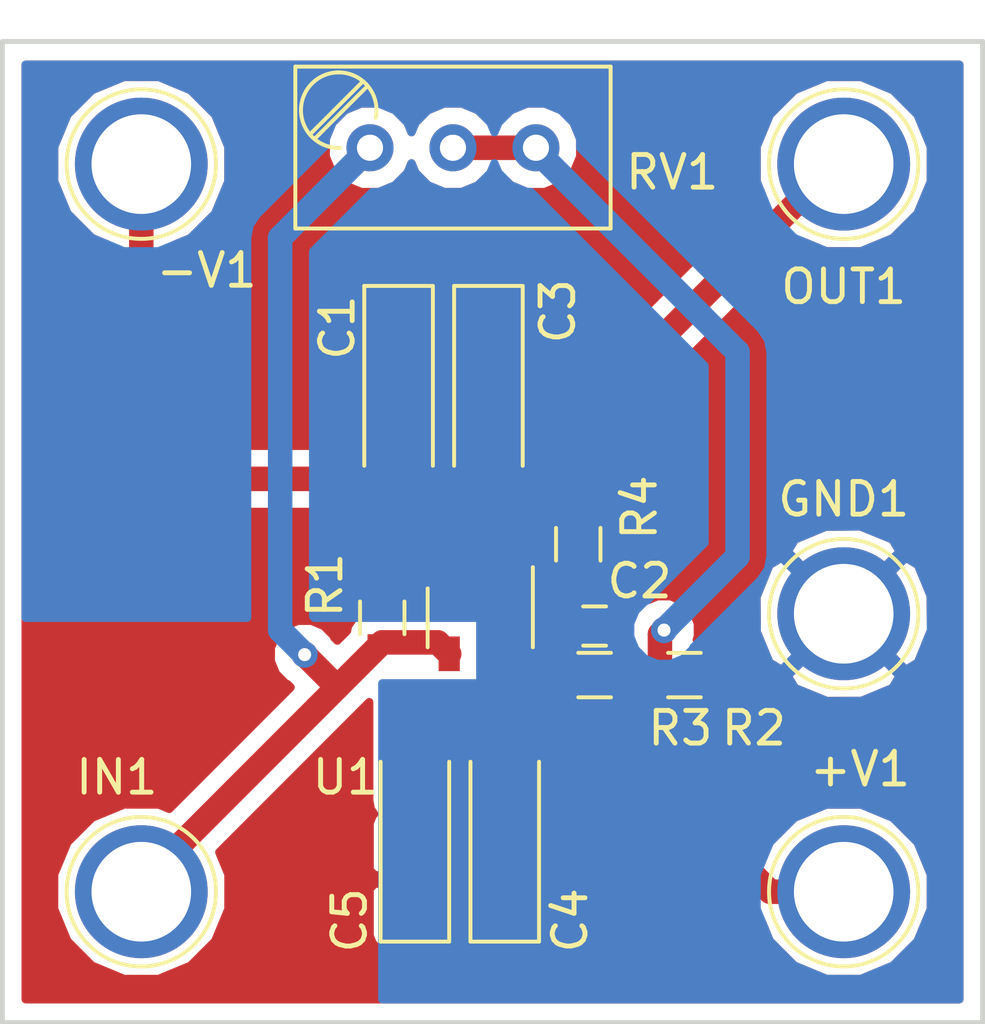
<source format=kicad_pcb>
(kicad_pcb (version 20170123) (host pcbnew no-vcs-found-14bb238~58~ubuntu16.04.1)

  (general
    (links 24)
    (no_connects 1)
    (area 137.924999 116.6225 168.075001 148.075001)
    (thickness 1.6)
    (drawings 4)
    (tracks 44)
    (zones 0)
    (modules 16)
    (nets 8)
  )

  (page A4)
  (layers
    (0 F.Cu signal)
    (31 B.Cu signal)
    (32 B.Adhes user)
    (33 F.Adhes user)
    (34 B.Paste user)
    (35 F.Paste user)
    (36 B.SilkS user)
    (37 F.SilkS user)
    (38 B.Mask user)
    (39 F.Mask user)
    (40 Dwgs.User user)
    (41 Cmts.User user)
    (42 Eco1.User user)
    (43 Eco2.User user)
    (44 Edge.Cuts user)
    (45 Margin user)
    (46 B.CrtYd user)
    (47 F.CrtYd user)
    (48 B.Fab user)
    (49 F.Fab user)
  )

  (setup
    (last_trace_width 0.75)
    (user_trace_width 0.25)
    (user_trace_width 0.5)
    (user_trace_width 0.75)
    (user_trace_width 1)
    (trace_clearance 0.2)
    (zone_clearance 0.508)
    (zone_45_only yes)
    (trace_min 0.2)
    (segment_width 0.2)
    (edge_width 0.15)
    (via_size 0.8)
    (via_drill 0.4)
    (via_min_size 0.4)
    (via_min_drill 0.3)
    (uvia_size 0.3)
    (uvia_drill 0.1)
    (uvias_allowed no)
    (uvia_min_size 0.2)
    (uvia_min_drill 0.1)
    (pcb_text_width 0.3)
    (pcb_text_size 1.5 1.5)
    (mod_edge_width 0.15)
    (mod_text_size 1 1)
    (mod_text_width 0.15)
    (pad_size 1.524 1.524)
    (pad_drill 0.762)
    (pad_to_mask_clearance 0.2)
    (aux_axis_origin 0 0)
    (visible_elements FFFDFF7F)
    (pcbplotparams
      (layerselection 0x010fc_ffffffff)
      (usegerberextensions false)
      (excludeedgelayer true)
      (linewidth 0.100000)
      (plotframeref false)
      (viasonmask false)
      (mode 1)
      (useauxorigin false)
      (hpglpennumber 1)
      (hpglpenspeed 20)
      (hpglpendiameter 15)
      (psnegative false)
      (psa4output false)
      (plotreference true)
      (plotvalue false)
      (plotinvisibletext false)
      (padsonsilk false)
      (subtractmaskfromsilk false)
      (outputformat 1)
      (mirror false)
      (drillshape 0)
      (scaleselection 1)
      (outputdirectory ""))
  )

  (net 0 "")
  (net 1 "Net-(C2-Pad1)")
  (net 2 GNDREF)
  (net 3 "Net-(C2-Pad2)")
  (net 4 "Net-(-V1-Pad1)")
  (net 5 "Net-(IN1-Pad1)")
  (net 6 "Net-(+V1-Pad1)")
  (net 7 "Net-(OUT1-Pad1)")

  (net_class Default "This is the default net class."
    (clearance 0.2)
    (trace_width 0.25)
    (via_dia 0.8)
    (via_drill 0.4)
    (uvia_dia 0.3)
    (uvia_drill 0.1)
    (add_net GNDREF)
    (add_net "Net-(+V1-Pad1)")
    (add_net "Net-(-V1-Pad1)")
    (add_net "Net-(C2-Pad1)")
    (add_net "Net-(C2-Pad2)")
    (add_net "Net-(IN1-Pad1)")
    (add_net "Net-(OUT1-Pad1)")
  )

  (module Connectors:1pin (layer F.Cu) (tedit 5926AC97) (tstamp 5925AE7F)
    (at 163.75 135.5)
    (descr "module 1 pin (ou trou mecanique de percage)")
    (tags DEV)
    (path /5925A892)
    (fp_text reference GND1 (at 0 -3.5) (layer F.SilkS)
      (effects (font (size 1 1) (thickness 0.15)))
    )
    (fp_text value GND (at 0 3) (layer F.Fab)
      (effects (font (size 1 1) (thickness 0.15)))
    )
    (fp_circle (center 0 0) (end 0 -2.286) (layer F.SilkS) (width 0.12))
    (fp_circle (center 0 0) (end 2.6 0) (layer F.CrtYd) (width 0.05))
    (fp_circle (center 0 0) (end 2 0.8) (layer F.Fab) (width 0.1))
    (pad 1 thru_hole circle (at 0 0) (size 4.064 4.064) (drill 3.048) (layers *.Cu *.Mask)
      (net 2 GNDREF))
  )

  (module Capacitors_Tantalum_SMD:CP_Tantalum_Case-A_EIA-3216-18_Hand (layer F.Cu) (tedit 59249F37) (tstamp 5924A1C5)
    (at 153.375 141.625 90)
    (descr "Tantalum capacitor, Case A, EIA 3216-18, 3.2x1.6x1.6mm, Hand soldering footprint")
    (tags "capacitor tantalum smd")
    (path /5924A308)
    (attr smd)
    (fp_text reference C4 (at -3.25 2 90) (layer F.SilkS)
      (effects (font (size 1 1) (thickness 0.15)))
    )
    (fp_text value 10uF (at 0 2.55 90) (layer F.Fab)
      (effects (font (size 1 1) (thickness 0.15)))
    )
    (fp_line (start -4 -1.2) (end -4 1.2) (layer F.CrtYd) (width 0.05))
    (fp_line (start -4 1.2) (end 4 1.2) (layer F.CrtYd) (width 0.05))
    (fp_line (start 4 1.2) (end 4 -1.2) (layer F.CrtYd) (width 0.05))
    (fp_line (start 4 -1.2) (end -4 -1.2) (layer F.CrtYd) (width 0.05))
    (fp_line (start -1.6 -0.8) (end -1.6 0.8) (layer F.Fab) (width 0.1))
    (fp_line (start -1.6 0.8) (end 1.6 0.8) (layer F.Fab) (width 0.1))
    (fp_line (start 1.6 0.8) (end 1.6 -0.8) (layer F.Fab) (width 0.1))
    (fp_line (start 1.6 -0.8) (end -1.6 -0.8) (layer F.Fab) (width 0.1))
    (fp_line (start -1.28 -0.8) (end -1.28 0.8) (layer F.Fab) (width 0.1))
    (fp_line (start -1.12 -0.8) (end -1.12 0.8) (layer F.Fab) (width 0.1))
    (fp_line (start -3.9 -1.05) (end 1.6 -1.05) (layer F.SilkS) (width 0.12))
    (fp_line (start -3.9 1.05) (end 1.6 1.05) (layer F.SilkS) (width 0.12))
    (fp_line (start -3.9 -1.05) (end -3.9 1.05) (layer F.SilkS) (width 0.12))
    (pad 1 smd rect (at -2 0 90) (size 3.2 1.5) (layers F.Cu F.Paste F.Mask)
      (net 2 GNDREF))
    (pad 2 smd rect (at 2 0 90) (size 3.2 1.5) (layers F.Cu F.Paste F.Mask)
      (net 6 "Net-(+V1-Pad1)"))
    (model Capacitors_Tantalum_SMD.3dshapes/CP_Tantalum_Case-A_EIA-3216-18.wrl
      (at (xyz 0 0 0))
      (scale (xyz 1 1 1))
      (rotate (xyz 0 0 0))
    )
  )

  (module Capacitors_Tantalum_SMD:CP_Tantalum_Case-A_EIA-3216-18_Hand (layer F.Cu) (tedit 59249F33) (tstamp 5924A1FC)
    (at 150.625 141.625 90)
    (descr "Tantalum capacitor, Case A, EIA 3216-18, 3.2x1.6x1.6mm, Hand soldering footprint")
    (tags "capacitor tantalum smd")
    (path /5924A2F6)
    (attr smd)
    (fp_text reference C5 (at -3.25 -2 90) (layer F.SilkS)
      (effects (font (size 1 1) (thickness 0.15)))
    )
    (fp_text value 0.1uF (at 0 2.55 90) (layer F.Fab)
      (effects (font (size 1 1) (thickness 0.15)))
    )
    (fp_line (start -3.9 -1.05) (end -3.9 1.05) (layer F.SilkS) (width 0.12))
    (fp_line (start -3.9 1.05) (end 1.6 1.05) (layer F.SilkS) (width 0.12))
    (fp_line (start -3.9 -1.05) (end 1.6 -1.05) (layer F.SilkS) (width 0.12))
    (fp_line (start -1.12 -0.8) (end -1.12 0.8) (layer F.Fab) (width 0.1))
    (fp_line (start -1.28 -0.8) (end -1.28 0.8) (layer F.Fab) (width 0.1))
    (fp_line (start 1.6 -0.8) (end -1.6 -0.8) (layer F.Fab) (width 0.1))
    (fp_line (start 1.6 0.8) (end 1.6 -0.8) (layer F.Fab) (width 0.1))
    (fp_line (start -1.6 0.8) (end 1.6 0.8) (layer F.Fab) (width 0.1))
    (fp_line (start -1.6 -0.8) (end -1.6 0.8) (layer F.Fab) (width 0.1))
    (fp_line (start 4 -1.2) (end -4 -1.2) (layer F.CrtYd) (width 0.05))
    (fp_line (start 4 1.2) (end 4 -1.2) (layer F.CrtYd) (width 0.05))
    (fp_line (start -4 1.2) (end 4 1.2) (layer F.CrtYd) (width 0.05))
    (fp_line (start -4 -1.2) (end -4 1.2) (layer F.CrtYd) (width 0.05))
    (pad 2 smd rect (at 2 0 90) (size 3.2 1.5) (layers F.Cu F.Paste F.Mask)
      (net 6 "Net-(+V1-Pad1)"))
    (pad 1 smd rect (at -2 0 90) (size 3.2 1.5) (layers F.Cu F.Paste F.Mask)
      (net 2 GNDREF))
    (model Capacitors_Tantalum_SMD.3dshapes/CP_Tantalum_Case-A_EIA-3216-18.wrl
      (at (xyz 0 0 0))
      (scale (xyz 1 1 1))
      (rotate (xyz 0 0 0))
    )
  )

  (module Potentiometers:Potentiometer_Trimmer_Bourns_3296W (layer F.Cu) (tedit 5926AC93) (tstamp 5955C1A8)
    (at 149.25 121.25 180)
    (descr "Spindle Trimmer Potentiometer, Bourns 3296W, https://www.bourns.com/pdfs/3296.pdf")
    (tags "Spindle Trimmer Potentiometer   Bourns 3296W")
    (path /59205A34)
    (fp_text reference RV1 (at -9.25 -0.75 180) (layer F.SilkS)
      (effects (font (size 1 1) (thickness 0.15)))
    )
    (fp_text value "500 Ohm POT_TRIM" (at -2.54 3.67 180) (layer F.Fab)
      (effects (font (size 1 1) (thickness 0.15)))
    )
    (fp_line (start 2.5 -2.7) (end -7.6 -2.7) (layer F.CrtYd) (width 0.05))
    (fp_line (start 2.5 2.7) (end 2.5 -2.7) (layer F.CrtYd) (width 0.05))
    (fp_line (start -7.6 2.7) (end 2.5 2.7) (layer F.CrtYd) (width 0.05))
    (fp_line (start -7.6 -2.7) (end -7.6 2.7) (layer F.CrtYd) (width 0.05))
    (fp_line (start 1.691 0.275) (end 0.079 1.885) (layer F.SilkS) (width 0.12))
    (fp_line (start 1.831 0.416) (end 0.22 2.026) (layer F.SilkS) (width 0.12))
    (fp_line (start 2.285 -2.47) (end 2.285 2.481) (layer F.SilkS) (width 0.12))
    (fp_line (start -7.365 -2.47) (end -7.365 2.481) (layer F.SilkS) (width 0.12))
    (fp_line (start -7.365 2.481) (end 2.285 2.481) (layer F.SilkS) (width 0.12))
    (fp_line (start -7.365 -2.47) (end 2.285 -2.47) (layer F.SilkS) (width 0.12))
    (fp_line (start 1.652 0.32) (end 0.125 1.847) (layer F.Fab) (width 0.1))
    (fp_line (start 1.786 0.454) (end 0.259 1.981) (layer F.Fab) (width 0.1))
    (fp_line (start 2.225 -2.41) (end -7.305 -2.41) (layer F.Fab) (width 0.1))
    (fp_line (start 2.225 2.42) (end 2.225 -2.41) (layer F.Fab) (width 0.1))
    (fp_line (start -7.305 2.42) (end 2.225 2.42) (layer F.Fab) (width 0.1))
    (fp_line (start -7.305 -2.41) (end -7.305 2.42) (layer F.Fab) (width 0.1))
    (fp_circle (center 0.955 1.15) (end 2.05 1.15) (layer F.Fab) (width 0.1))
    (fp_arc (start 0.955 1.15) (end -0.174 0.91) (angle -103) (layer F.SilkS) (width 0.12))
    (fp_arc (start 0.955 1.15) (end 0.955 2.305) (angle -182) (layer F.SilkS) (width 0.12))
    (pad 3 thru_hole circle (at -5.08 0 180) (size 1.44 1.44) (drill 0.8) (layers *.Cu *.Mask)
      (net 3 "Net-(C2-Pad2)"))
    (pad 2 thru_hole circle (at -2.54 0 180) (size 1.44 1.44) (drill 0.8) (layers *.Cu *.Mask)
      (net 3 "Net-(C2-Pad2)"))
    (pad 1 thru_hole circle (at 0 0 180) (size 1.44 1.44) (drill 0.8) (layers *.Cu *.Mask)
      (net 5 "Net-(IN1-Pad1)"))
    (model Potentiometers.3dshapes/Potentiometer_Trimmer_Bourns_3296W.wrl
      (at (xyz 0 0 0))
      (scale (xyz 1 1 1))
      (rotate (xyz 0 0 -90))
    )
  )

  (module Connectors:1pin (layer F.Cu) (tedit 5925A3B1) (tstamp 595DB506)
    (at 142.25 144 270)
    (descr "module 1 pin (ou trou mecanique de percage)")
    (tags DEV)
    (path /59206F2F)
    (fp_text reference IN1 (at -3.5 0.75) (layer F.SilkS)
      (effects (font (size 1 1) (thickness 0.15)))
    )
    (fp_text value IN (at 0 3 270) (layer F.Fab)
      (effects (font (size 1 1) (thickness 0.15)))
    )
    (fp_circle (center 0 0) (end 2 0.8) (layer F.Fab) (width 0.1))
    (fp_circle (center 0 0) (end 2.6 0) (layer F.CrtYd) (width 0.05))
    (fp_circle (center 0 0) (end 0 -2.286) (layer F.SilkS) (width 0.12))
    (pad 1 thru_hole circle (at 0 0 270) (size 4.064 4.064) (drill 3.048) (layers *.Cu *.Mask)
      (net 5 "Net-(IN1-Pad1)"))
  )

  (module Connectors:1pin (layer F.Cu) (tedit 5924A04D) (tstamp 595DB51C)
    (at 163.75 121.75 270)
    (descr "module 1 pin (ou trou mecanique de percage)")
    (tags DEV)
    (path /59206D53)
    (fp_text reference OUT1 (at 3.75 0 180) (layer F.SilkS)
      (effects (font (size 1 1) (thickness 0.15)))
    )
    (fp_text value OUT (at 0 3 270) (layer F.Fab)
      (effects (font (size 1 1) (thickness 0.15)))
    )
    (fp_circle (center 0 0) (end 0 -2.286) (layer F.SilkS) (width 0.12))
    (fp_circle (center 0 0) (end 2.6 0) (layer F.CrtYd) (width 0.05))
    (fp_circle (center 0 0) (end 2 0.8) (layer F.Fab) (width 0.1))
    (pad 1 thru_hole circle (at 0 0 270) (size 4.064 4.064) (drill 3.048) (layers *.Cu *.Mask)
      (net 7 "Net-(OUT1-Pad1)"))
  )

  (module Connectors:1pin (layer F.Cu) (tedit 5926AC8E) (tstamp 595DB4DA)
    (at 142.25 121.75 270)
    (descr "module 1 pin (ou trou mecanique de percage)")
    (tags DEV)
    (path /5920858D)
    (fp_text reference -V1 (at 3.25 -2) (layer F.SilkS)
      (effects (font (size 1 1) (thickness 0.15)))
    )
    (fp_text value -V (at 0 3 270) (layer F.Fab)
      (effects (font (size 1 1) (thickness 0.15)))
    )
    (fp_circle (center 0 0) (end 2 0.8) (layer F.Fab) (width 0.1))
    (fp_circle (center 0 0) (end 2.6 0) (layer F.CrtYd) (width 0.05))
    (fp_circle (center 0 0) (end 0 -2.286) (layer F.SilkS) (width 0.12))
    (pad 1 thru_hole circle (at 0 0 270) (size 4.064 4.064) (drill 3.048) (layers *.Cu *.Mask)
      (net 4 "Net-(-V1-Pad1)"))
  )

  (module Connectors:1pin (layer F.Cu) (tedit 5924A059) (tstamp 595DB4C4)
    (at 163.75 144 270)
    (descr "module 1 pin (ou trou mecanique de percage)")
    (tags DEV)
    (path /59207B9A)
    (fp_text reference +V1 (at -3.75 -0.5) (layer F.SilkS)
      (effects (font (size 1 1) (thickness 0.15)))
    )
    (fp_text value +V (at 0 3 270) (layer F.Fab)
      (effects (font (size 1 1) (thickness 0.15)))
    )
    (fp_circle (center 0 0) (end 0 -2.286) (layer F.SilkS) (width 0.12))
    (fp_circle (center 0 0) (end 2.6 0) (layer F.CrtYd) (width 0.05))
    (fp_circle (center 0 0) (end 2 0.8) (layer F.Fab) (width 0.1))
    (pad 1 thru_hole circle (at 0 0 270) (size 4.064 4.064) (drill 3.048) (layers *.Cu *.Mask)
      (net 6 "Net-(+V1-Pad1)"))
  )

  (module Capacitors_SMD:C_0603 (layer F.Cu) (tedit 5924A261) (tstamp 5955C30C)
    (at 156.125 135.875)
    (descr "Capacitor SMD 0603, reflow soldering, AVX (see smccp.pdf)")
    (tags "capacitor 0603")
    (path /59204A12)
    (attr smd)
    (fp_text reference C2 (at 1.375 -1.375) (layer F.SilkS)
      (effects (font (size 1 1) (thickness 0.15)))
    )
    (fp_text value 0.5pF (at -9 -3.5 90) (layer F.Fab)
      (effects (font (size 1 1) (thickness 0.15)))
    )
    (fp_text user %R (at 2.75 -1.75) (layer F.Fab) hide
      (effects (font (size 1 1) (thickness 0.15)))
    )
    (fp_line (start -0.8 0.4) (end -0.8 -0.4) (layer F.Fab) (width 0.1))
    (fp_line (start 0.8 0.4) (end -0.8 0.4) (layer F.Fab) (width 0.1))
    (fp_line (start 0.8 -0.4) (end 0.8 0.4) (layer F.Fab) (width 0.1))
    (fp_line (start -0.8 -0.4) (end 0.8 -0.4) (layer F.Fab) (width 0.1))
    (fp_line (start -0.35 -0.6) (end 0.35 -0.6) (layer F.SilkS) (width 0.12))
    (fp_line (start 0.35 0.6) (end -0.35 0.6) (layer F.SilkS) (width 0.12))
    (fp_line (start -1.4 -0.65) (end 1.4 -0.65) (layer F.CrtYd) (width 0.05))
    (fp_line (start -1.4 -0.65) (end -1.4 0.65) (layer F.CrtYd) (width 0.05))
    (fp_line (start 1.4 0.65) (end 1.4 -0.65) (layer F.CrtYd) (width 0.05))
    (fp_line (start 1.4 0.65) (end -1.4 0.65) (layer F.CrtYd) (width 0.05))
    (pad 1 smd rect (at -0.75 0) (size 0.8 0.75) (layers F.Cu F.Paste F.Mask)
      (net 1 "Net-(C2-Pad1)"))
    (pad 2 smd rect (at 0.75 0) (size 0.8 0.75) (layers F.Cu F.Paste F.Mask)
      (net 3 "Net-(C2-Pad2)"))
    (model Capacitors_SMD.3dshapes/C_0603.wrl
      (at (xyz 0 0 0))
      (scale (xyz 1 1 1))
      (rotate (xyz 0 0 0))
    )
  )

  (module Capacitors_Tantalum_SMD:CP_Tantalum_Case-A_EIA-3216-18_Hand (layer F.Cu) (tedit 5924A1F5) (tstamp 5955C2D7)
    (at 150.125 129.375 270)
    (descr "Tantalum capacitor, Case A, EIA 3216-18, 3.2x1.6x1.6mm, Hand soldering footprint")
    (tags "capacitor tantalum smd")
    (path /592054E9)
    (attr smd)
    (fp_text reference C3 (at -3.125 -4.875 270) (layer F.SilkS)
      (effects (font (size 1 1) (thickness 0.15)))
    )
    (fp_text value 0.1uF (at -5 -0.5) (layer F.Fab)
      (effects (font (size 1 1) (thickness 0.15)))
    )
    (fp_line (start -4 -1.2) (end -4 1.2) (layer F.CrtYd) (width 0.05))
    (fp_line (start -4 1.2) (end 4 1.2) (layer F.CrtYd) (width 0.05))
    (fp_line (start 4 1.2) (end 4 -1.2) (layer F.CrtYd) (width 0.05))
    (fp_line (start 4 -1.2) (end -4 -1.2) (layer F.CrtYd) (width 0.05))
    (fp_line (start -1.6 -0.8) (end -1.6 0.8) (layer F.Fab) (width 0.1))
    (fp_line (start -1.6 0.8) (end 1.6 0.8) (layer F.Fab) (width 0.1))
    (fp_line (start 1.6 0.8) (end 1.6 -0.8) (layer F.Fab) (width 0.1))
    (fp_line (start 1.6 -0.8) (end -1.6 -0.8) (layer F.Fab) (width 0.1))
    (fp_line (start -1.28 -0.8) (end -1.28 0.8) (layer F.Fab) (width 0.1))
    (fp_line (start -1.12 -0.8) (end -1.12 0.8) (layer F.Fab) (width 0.1))
    (fp_line (start -3.9 -1.05) (end 1.6 -1.05) (layer F.SilkS) (width 0.12))
    (fp_line (start -3.9 1.05) (end 1.6 1.05) (layer F.SilkS) (width 0.12))
    (fp_line (start -3.9 -1.05) (end -3.9 1.05) (layer F.SilkS) (width 0.12))
    (pad 1 smd rect (at -2 0 270) (size 3.2 1.5) (layers F.Cu F.Paste F.Mask)
      (net 2 GNDREF))
    (pad 2 smd rect (at 2 0 270) (size 3.2 1.5) (layers F.Cu F.Paste F.Mask)
      (net 4 "Net-(-V1-Pad1)"))
    (model Capacitors_Tantalum_SMD.3dshapes/CP_Tantalum_Case-A_EIA-3216-18.wrl
      (at (xyz 0 0 0))
      (scale (xyz 1 1 1))
      (rotate (xyz 0 0 0))
    )
  )

  (module Capacitors_Tantalum_SMD:CP_Tantalum_Case-A_EIA-3216-18_Hand (layer F.Cu) (tedit 5924A1EF) (tstamp 5955C2A0)
    (at 152.875 129.375 270)
    (descr "Tantalum capacitor, Case A, EIA 3216-18, 3.2x1.6x1.6mm, Hand soldering footprint")
    (tags "capacitor tantalum smd")
    (path /5922BBB7)
    (attr smd)
    (fp_text reference C1 (at -2.625 4.625 270) (layer F.SilkS)
      (effects (font (size 1 1) (thickness 0.15)))
    )
    (fp_text value 10uF (at 0 2.55 270) (layer F.Fab)
      (effects (font (size 1 1) (thickness 0.15)))
    )
    (fp_line (start -3.9 -1.05) (end -3.9 1.05) (layer F.SilkS) (width 0.12))
    (fp_line (start -3.9 1.05) (end 1.6 1.05) (layer F.SilkS) (width 0.12))
    (fp_line (start -3.9 -1.05) (end 1.6 -1.05) (layer F.SilkS) (width 0.12))
    (fp_line (start -1.12 -0.8) (end -1.12 0.8) (layer F.Fab) (width 0.1))
    (fp_line (start -1.28 -0.8) (end -1.28 0.8) (layer F.Fab) (width 0.1))
    (fp_line (start 1.6 -0.8) (end -1.6 -0.8) (layer F.Fab) (width 0.1))
    (fp_line (start 1.6 0.8) (end 1.6 -0.8) (layer F.Fab) (width 0.1))
    (fp_line (start -1.6 0.8) (end 1.6 0.8) (layer F.Fab) (width 0.1))
    (fp_line (start -1.6 -0.8) (end -1.6 0.8) (layer F.Fab) (width 0.1))
    (fp_line (start 4 -1.2) (end -4 -1.2) (layer F.CrtYd) (width 0.05))
    (fp_line (start 4 1.2) (end 4 -1.2) (layer F.CrtYd) (width 0.05))
    (fp_line (start -4 1.2) (end 4 1.2) (layer F.CrtYd) (width 0.05))
    (fp_line (start -4 -1.2) (end -4 1.2) (layer F.CrtYd) (width 0.05))
    (pad 2 smd rect (at 2 0 270) (size 3.2 1.5) (layers F.Cu F.Paste F.Mask)
      (net 4 "Net-(-V1-Pad1)"))
    (pad 1 smd rect (at -2 0 270) (size 3.2 1.5) (layers F.Cu F.Paste F.Mask)
      (net 2 GNDREF))
    (model Capacitors_Tantalum_SMD.3dshapes/CP_Tantalum_Case-A_EIA-3216-18.wrl
      (at (xyz 0 0 0))
      (scale (xyz 1 1 1))
      (rotate (xyz 0 0 0))
    )
  )

  (module Resistors_SMD:R_0603 (layer F.Cu) (tedit 5925A4CB) (tstamp 5955C16E)
    (at 155.625 133.375 270)
    (descr "Resistor SMD 0603, reflow soldering, Vishay (see dcrcw.pdf)")
    (tags "resistor 0603")
    (path /59204BB7)
    (attr smd)
    (fp_text reference R4 (at -1.125 -1.875 270) (layer F.SilkS)
      (effects (font (size 1 1) (thickness 0.15)))
    )
    (fp_text value 50 (at 0 1.5 270) (layer F.Fab)
      (effects (font (size 1 1) (thickness 0.15)))
    )
    (fp_text user %R (at -1 3 270) (layer F.Fab) hide
      (effects (font (size 1 1) (thickness 0.15)))
    )
    (fp_line (start -0.8 0.4) (end -0.8 -0.4) (layer F.Fab) (width 0.1))
    (fp_line (start 0.8 0.4) (end -0.8 0.4) (layer F.Fab) (width 0.1))
    (fp_line (start 0.8 -0.4) (end 0.8 0.4) (layer F.Fab) (width 0.1))
    (fp_line (start -0.8 -0.4) (end 0.8 -0.4) (layer F.Fab) (width 0.1))
    (fp_line (start 0.5 0.68) (end -0.5 0.68) (layer F.SilkS) (width 0.12))
    (fp_line (start -0.5 -0.68) (end 0.5 -0.68) (layer F.SilkS) (width 0.12))
    (fp_line (start -1.25 -0.7) (end 1.25 -0.7) (layer F.CrtYd) (width 0.05))
    (fp_line (start -1.25 -0.7) (end -1.25 0.7) (layer F.CrtYd) (width 0.05))
    (fp_line (start 1.25 0.7) (end 1.25 -0.7) (layer F.CrtYd) (width 0.05))
    (fp_line (start 1.25 0.7) (end -1.25 0.7) (layer F.CrtYd) (width 0.05))
    (pad 1 smd rect (at -0.75 0 270) (size 0.5 0.9) (layers F.Cu F.Paste F.Mask)
      (net 7 "Net-(OUT1-Pad1)"))
    (pad 2 smd rect (at 0.75 0 270) (size 0.5 0.9) (layers F.Cu F.Paste F.Mask)
      (net 1 "Net-(C2-Pad1)"))
    (model Resistors_SMD.3dshapes/R_0603.wrl
      (at (xyz 0 0 0))
      (scale (xyz 1 1 1))
      (rotate (xyz 0 0 0))
    )
  )

  (module Resistors_SMD:R_0603 (layer F.Cu) (tedit 5926ADBE) (tstamp 5955C13D)
    (at 156.125 137.375)
    (descr "Resistor SMD 0603, reflow soldering, Vishay (see dcrcw.pdf)")
    (tags "resistor 0603")
    (path /59205700)
    (attr smd)
    (fp_text reference R3 (at 2.625 1.625) (layer F.SilkS)
      (effects (font (size 1 1) (thickness 0.15)))
    )
    (fp_text value 50 (at 0 2) (layer F.Fab)
      (effects (font (size 1 1) (thickness 0.15)))
    )
    (fp_line (start 1.25 0.7) (end -1.25 0.7) (layer F.CrtYd) (width 0.05))
    (fp_line (start 1.25 0.7) (end 1.25 -0.7) (layer F.CrtYd) (width 0.05))
    (fp_line (start -1.25 -0.7) (end -1.25 0.7) (layer F.CrtYd) (width 0.05))
    (fp_line (start -1.25 -0.7) (end 1.25 -0.7) (layer F.CrtYd) (width 0.05))
    (fp_line (start -0.5 -0.68) (end 0.5 -0.68) (layer F.SilkS) (width 0.12))
    (fp_line (start 0.5 0.68) (end -0.5 0.68) (layer F.SilkS) (width 0.12))
    (fp_line (start -0.8 -0.4) (end 0.8 -0.4) (layer F.Fab) (width 0.1))
    (fp_line (start 0.8 -0.4) (end 0.8 0.4) (layer F.Fab) (width 0.1))
    (fp_line (start 0.8 0.4) (end -0.8 0.4) (layer F.Fab) (width 0.1))
    (fp_line (start -0.8 0.4) (end -0.8 -0.4) (layer F.Fab) (width 0.1))
    (fp_text user %R (at 3.25 -7.5) (layer F.Fab) hide
      (effects (font (size 1 1) (thickness 0.15)))
    )
    (pad 2 smd rect (at 0.75 0) (size 0.5 0.9) (layers F.Cu F.Paste F.Mask)
      (net 3 "Net-(C2-Pad2)"))
    (pad 1 smd rect (at -0.75 0) (size 0.5 0.9) (layers F.Cu F.Paste F.Mask)
      (net 1 "Net-(C2-Pad1)"))
    (model Resistors_SMD.3dshapes/R_0603.wrl
      (at (xyz 0 0 0))
      (scale (xyz 1 1 1))
      (rotate (xyz 0 0 0))
    )
  )

  (module Resistors_SMD:R_0603 (layer F.Cu) (tedit 5926ADC3) (tstamp 5955C10C)
    (at 158.875 137.375)
    (descr "Resistor SMD 0603, reflow soldering, Vishay (see dcrcw.pdf)")
    (tags "resistor 0603")
    (path /59205872)
    (attr smd)
    (fp_text reference R2 (at 2.125 1.625 180) (layer F.SilkS)
      (effects (font (size 1 1) (thickness 0.15)))
    )
    (fp_text value 50 (at 1 1.5) (layer F.Fab)
      (effects (font (size 1 1) (thickness 0.15)))
    )
    (fp_line (start 1.25 0.7) (end -1.25 0.7) (layer F.CrtYd) (width 0.05))
    (fp_line (start 1.25 0.7) (end 1.25 -0.7) (layer F.CrtYd) (width 0.05))
    (fp_line (start -1.25 -0.7) (end -1.25 0.7) (layer F.CrtYd) (width 0.05))
    (fp_line (start -1.25 -0.7) (end 1.25 -0.7) (layer F.CrtYd) (width 0.05))
    (fp_line (start -0.5 -0.68) (end 0.5 -0.68) (layer F.SilkS) (width 0.12))
    (fp_line (start 0.5 0.68) (end -0.5 0.68) (layer F.SilkS) (width 0.12))
    (fp_line (start -0.8 -0.4) (end 0.8 -0.4) (layer F.Fab) (width 0.1))
    (fp_line (start 0.8 -0.4) (end 0.8 0.4) (layer F.Fab) (width 0.1))
    (fp_line (start 0.8 0.4) (end -0.8 0.4) (layer F.Fab) (width 0.1))
    (fp_line (start -0.8 0.4) (end -0.8 -0.4) (layer F.Fab) (width 0.1))
    (fp_text user %R (at 2.25 0) (layer F.Fab) hide
      (effects (font (size 1 1) (thickness 0.15)))
    )
    (pad 2 smd rect (at 0.75 0) (size 0.5 0.9) (layers F.Cu F.Paste F.Mask)
      (net 2 GNDREF))
    (pad 1 smd rect (at -0.75 0) (size 0.5 0.9) (layers F.Cu F.Paste F.Mask)
      (net 3 "Net-(C2-Pad2)"))
    (model Resistors_SMD.3dshapes/R_0603.wrl
      (at (xyz 0 0 0))
      (scale (xyz 1 1 1))
      (rotate (xyz 0 0 0))
    )
  )

  (module Resistors_SMD:R_0603 (layer F.Cu) (tedit 5922972B) (tstamp 5955C0DB)
    (at 149.625 135.625 270)
    (descr "Resistor SMD 0603, reflow soldering, Vishay (see dcrcw.pdf)")
    (tags "resistor 0603")
    (path /59204EBC)
    (attr smd)
    (fp_text reference R1 (at -1 1.75 270) (layer F.SilkS)
      (effects (font (size 1 1) (thickness 0.15)))
    )
    (fp_text value 50 (at 0 1.5 270) (layer F.Fab)
      (effects (font (size 1 1) (thickness 0.15)))
    )
    (fp_line (start 1.25 0.7) (end -1.25 0.7) (layer F.CrtYd) (width 0.05))
    (fp_line (start 1.25 0.7) (end 1.25 -0.7) (layer F.CrtYd) (width 0.05))
    (fp_line (start -1.25 -0.7) (end -1.25 0.7) (layer F.CrtYd) (width 0.05))
    (fp_line (start -1.25 -0.7) (end 1.25 -0.7) (layer F.CrtYd) (width 0.05))
    (fp_line (start -0.5 -0.68) (end 0.5 -0.68) (layer F.SilkS) (width 0.12))
    (fp_line (start 0.5 0.68) (end -0.5 0.68) (layer F.SilkS) (width 0.12))
    (fp_line (start -0.8 -0.4) (end 0.8 -0.4) (layer F.Fab) (width 0.1))
    (fp_line (start 0.8 -0.4) (end 0.8 0.4) (layer F.Fab) (width 0.1))
    (fp_line (start 0.8 0.4) (end -0.8 0.4) (layer F.Fab) (width 0.1))
    (fp_line (start -0.8 0.4) (end -0.8 -0.4) (layer F.Fab) (width 0.1))
    (fp_text user %R (at 3 5.5 270) (layer F.Fab) hide
      (effects (font (size 1 1) (thickness 0.15)))
    )
    (pad 2 smd rect (at 0.75 0 270) (size 0.5 0.9) (layers F.Cu F.Paste F.Mask)
      (net 5 "Net-(IN1-Pad1)"))
    (pad 1 smd rect (at -0.75 0 270) (size 0.5 0.9) (layers F.Cu F.Paste F.Mask)
      (net 2 GNDREF))
    (model Resistors_SMD.3dshapes/R_0603.wrl
      (at (xyz 0 0 0))
      (scale (xyz 1 1 1))
      (rotate (xyz 0 0 0))
    )
  )

  (module TO_SOT_Packages_SMD:SOT-23-5 (layer F.Cu) (tedit 5925A3AA) (tstamp 5955C0A4)
    (at 152.625 135.625 270)
    (descr "5-pin SOT23 package")
    (tags SOT-23-5)
    (path /59204494)
    (attr smd)
    (fp_text reference U1 (at 4.875 4.125) (layer F.SilkS)
      (effects (font (size 1 1) (thickness 0.15)))
    )
    (fp_text value OPA659 (at -3 3) (layer F.Fab)
      (effects (font (size 1 1) (thickness 0.15)))
    )
    (fp_line (start 0.9 -1.55) (end 0.9 1.55) (layer F.Fab) (width 0.1))
    (fp_line (start 0.9 1.55) (end -0.9 1.55) (layer F.Fab) (width 0.1))
    (fp_line (start -0.9 -0.9) (end -0.9 1.55) (layer F.Fab) (width 0.1))
    (fp_line (start 0.9 -1.55) (end -0.25 -1.55) (layer F.Fab) (width 0.1))
    (fp_line (start -0.9 -0.9) (end -0.25 -1.55) (layer F.Fab) (width 0.1))
    (fp_line (start -1.9 1.8) (end -1.9 -1.8) (layer F.CrtYd) (width 0.05))
    (fp_line (start 1.9 1.8) (end -1.9 1.8) (layer F.CrtYd) (width 0.05))
    (fp_line (start 1.9 -1.8) (end 1.9 1.8) (layer F.CrtYd) (width 0.05))
    (fp_line (start -1.9 -1.8) (end 1.9 -1.8) (layer F.CrtYd) (width 0.05))
    (fp_line (start 0.9 -1.61) (end -1.55 -1.61) (layer F.SilkS) (width 0.12))
    (fp_line (start -0.9 1.61) (end 0.9 1.61) (layer F.SilkS) (width 0.12))
    (pad 5 smd rect (at 1.1 -0.95 270) (size 1.06 0.65) (layers F.Cu F.Paste F.Mask)
      (net 6 "Net-(+V1-Pad1)"))
    (pad 4 smd rect (at 1.1 0.95 270) (size 1.06 0.65) (layers F.Cu F.Paste F.Mask)
      (net 5 "Net-(IN1-Pad1)"))
    (pad 3 smd rect (at -1.1 0.95 270) (size 1.06 0.65) (layers F.Cu F.Paste F.Mask)
      (net 2 GNDREF))
    (pad 2 smd rect (at -1.1 0 270) (size 1.06 0.65) (layers F.Cu F.Paste F.Mask)
      (net 4 "Net-(-V1-Pad1)"))
    (pad 1 smd rect (at -1.1 -0.95 270) (size 1.06 0.65) (layers F.Cu F.Paste F.Mask)
      (net 1 "Net-(C2-Pad1)"))
    (model TO_SOT_Packages_SMD.3dshapes/SOT-23-5.wrl
      (at (xyz 0 0 0))
      (scale (xyz 1 1 1))
      (rotate (xyz 0 0 0))
    )
  )

  (gr_line (start 168 118) (end 138 118) (angle 90) (layer Edge.Cuts) (width 0.15))
  (gr_line (start 138 148) (end 168 148) (angle 90) (layer Edge.Cuts) (width 0.15))
  (gr_line (start 138 148) (end 138 118) (angle 90) (layer Edge.Cuts) (width 0.15))
  (gr_line (start 168 118) (end 168 148) (angle 90) (layer Edge.Cuts) (width 0.15))

  (segment (start 155.625 134.125) (end 155.625 137.125) (width 0.75) (layer F.Cu) (net 1))
  (segment (start 155.625 137.125) (end 155.375 137.375) (width 0.75) (layer F.Cu) (net 1) (tstamp 5924A881))
  (segment (start 155.375 135.875) (end 155.375 134.375) (width 0.75) (layer F.Cu) (net 1))
  (segment (start 155.375 134.375) (end 155.625 134.125) (width 0.75) (layer F.Cu) (net 1) (tstamp 5924A87E))
  (segment (start 153.575 134.525) (end 155.225 134.525) (width 0.75) (layer F.Cu) (net 1))
  (segment (start 155.225 134.525) (end 155.625 134.125) (width 0.75) (layer F.Cu) (net 1) (tstamp 5924A87B))
  (segment (start 154.33 121.25) (end 154.33 121.33) (width 0.75) (layer B.Cu) (net 3) (status 30))
  (segment (start 154.33 121.33) (end 160.5 127.5) (width 0.75) (layer B.Cu) (net 3) (tstamp 5924A991) (status 10))
  (segment (start 151.79 121.25) (end 154.33 121.25) (width 0.75) (layer F.Cu) (net 3) (status 30))
  (segment (start 160.5 127.5) (end 160.5 133.75) (width 0.75) (layer B.Cu) (net 3))
  (segment (start 158.125 136.125) (end 158.125 137.375) (width 0.75) (layer F.Cu) (net 3) (tstamp 5924A8F7))
  (segment (start 158.25 136) (end 158.125 136.125) (width 0.75) (layer F.Cu) (net 3) (tstamp 5924A8F6))
  (via (at 158.25 136) (size 0.8) (drill 0.4) (layers F.Cu B.Cu) (net 3))
  (segment (start 160.5 133.75) (end 158.25 136) (width 0.75) (layer B.Cu) (net 3) (tstamp 5924A8F4))
  (segment (start 160.5 127.5) (end 160.5 127.75) (width 0.75) (layer B.Cu) (net 3) (tstamp 5924A8F1))
  (segment (start 156.875 137.375) (end 156.875 135.875) (width 0.75) (layer F.Cu) (net 3))
  (segment (start 158.125 137.375) (end 156.875 137.375) (width 0.75) (layer F.Cu) (net 3))
  (segment (start 142.25 121.75) (end 142.25 129) (width 0.75) (layer F.Cu) (net 4))
  (segment (start 144.625 131.375) (end 150.125 131.375) (width 0.75) (layer F.Cu) (net 4) (tstamp 5926AD50))
  (segment (start 142.25 129) (end 144.625 131.375) (width 0.75) (layer F.Cu) (net 4) (tstamp 5926AD42))
  (segment (start 152.625 134.525) (end 152.625 131.625) (width 0.75) (layer F.Cu) (net 4))
  (segment (start 152.625 131.625) (end 152.875 131.375) (width 0.75) (layer F.Cu) (net 4) (tstamp 5924A863))
  (segment (start 150.125 131.375) (end 152.875 131.375) (width 0.75) (layer F.Cu) (net 4))
  (segment (start 152.9 131.85) (end 153 131.75) (width 0.75) (layer F.Cu) (net 4) (tstamp 5921C359))
  (segment (start 149.25 121.25) (end 146.5 124) (width 0.75) (layer B.Cu) (net 5) (status 10))
  (segment (start 147.25 136.75) (end 148.25 137.75) (width 0.75) (layer F.Cu) (net 5) (tstamp 5924A98C))
  (via (at 147.25 136.75) (size 0.8) (drill 0.4) (layers F.Cu B.Cu) (net 5))
  (segment (start 146.5 136) (end 147.25 136.75) (width 0.75) (layer B.Cu) (net 5) (tstamp 5924A98A))
  (segment (start 146.5 124) (end 146.5 136) (width 0.75) (layer B.Cu) (net 5) (tstamp 5924A989))
  (segment (start 142 144.5) (end 142 144) (width 0.75) (layer F.Cu) (net 5))
  (segment (start 142 144) (end 147.625 138.375) (width 0.75) (layer F.Cu) (net 5) (tstamp 5924A891))
  (segment (start 147.625 138.375) (end 148.25 137.75) (width 0.75) (layer F.Cu) (net 5) (tstamp 5924A960))
  (segment (start 148.25 137.75) (end 149.625 136.375) (width 0.75) (layer F.Cu) (net 5) (tstamp 5924A98F))
  (segment (start 149.625 136.375) (end 151.325 136.375) (width 0.75) (layer F.Cu) (net 5))
  (segment (start 151.325 136.375) (end 151.675 136.725) (width 0.75) (layer F.Cu) (net 5) (tstamp 5924A88E))
  (segment (start 163.75 144) (end 161.5 144) (width 0.75) (layer F.Cu) (net 6))
  (segment (start 157.125 139.625) (end 153.375 139.625) (width 0.75) (layer F.Cu) (net 6) (tstamp 5924A898))
  (segment (start 161.5 144) (end 157.125 139.625) (width 0.75) (layer F.Cu) (net 6) (tstamp 5924A897))
  (segment (start 150.625 139.625) (end 153.375 139.625) (width 0.75) (layer F.Cu) (net 6))
  (segment (start 153.375 139.625) (end 153.375 136.925) (width 0.75) (layer F.Cu) (net 6))
  (segment (start 153.375 136.925) (end 153.575 136.725) (width 0.75) (layer F.Cu) (net 6) (tstamp 5924A889))
  (segment (start 164.25 121.5) (end 163.75 121.5) (width 0.75) (layer F.Cu) (net 7))
  (segment (start 163.75 121.5) (end 155.625 129.625) (width 0.75) (layer F.Cu) (net 7) (tstamp 5924A89D))
  (segment (start 155.625 129.625) (end 155.625 132.625) (width 0.75) (layer F.Cu) (net 7) (tstamp 5924A89E))

  (zone (net 2) (net_name GNDREF) (layer F.Cu) (tstamp 5921716B) (hatch edge 0.508)
    (connect_pads (clearance 0.508))
    (min_thickness 0.254)
    (fill yes (arc_segments 16) (thermal_gap 0.508) (thermal_bridge_width 0.508))
    (polygon
      (pts
        (xy 168 148) (xy 138 148) (xy 138 118) (xy 168 118)
      )
    )
    (filled_polygon
      (pts
        (xy 167.29 147.29) (xy 138.71 147.29) (xy 138.71 134.498691) (xy 148.54 134.498691) (xy 148.54 134.59125)
        (xy 148.69875 134.75) (xy 149.498 134.75) (xy 149.498 134.14875) (xy 149.752 134.14875) (xy 149.752 134.75)
        (xy 150.55125 134.75) (xy 150.71 134.59125) (xy 150.71 134.498691) (xy 150.613327 134.265302) (xy 150.434699 134.086673)
        (xy 150.20131 133.99) (xy 149.91075 133.99) (xy 149.752 134.14875) (xy 149.498 134.14875) (xy 149.33925 133.99)
        (xy 149.04869 133.99) (xy 148.815301 134.086673) (xy 148.636673 134.265302) (xy 148.54 134.498691) (xy 138.71 134.498691)
        (xy 138.71 122.278172) (xy 139.582538 122.278172) (xy 139.987709 123.258761) (xy 140.737293 124.009655) (xy 141.24 124.218397)
        (xy 141.24 129) (xy 141.316882 129.38651) (xy 141.535822 129.714178) (xy 143.910822 132.089178) (xy 144.23849 132.308118)
        (xy 144.625 132.385) (xy 148.72756 132.385) (xy 148.72756 132.975) (xy 148.776843 133.222765) (xy 148.917191 133.432809)
        (xy 149.127235 133.573157) (xy 149.375 133.62244) (xy 150.824535 133.62244) (xy 150.811673 133.635302) (xy 150.715 133.868691)
        (xy 150.715 134.23925) (xy 150.87375 134.398) (xy 151.548 134.398) (xy 151.548 134.378) (xy 151.615 134.378)
        (xy 151.615 134.525) (xy 151.64424 134.672) (xy 151.548 134.672) (xy 151.548 134.652) (xy 150.87375 134.652)
        (xy 150.715 134.81075) (xy 150.715 135.181309) (xy 150.791087 135.365) (xy 150.662908 135.365) (xy 150.71 135.251309)
        (xy 150.71 135.15875) (xy 150.55125 135) (xy 149.752 135) (xy 149.752 135.022) (xy 149.498 135.022)
        (xy 149.498 135) (xy 148.69875 135) (xy 148.54 135.15875) (xy 148.54 135.251309) (xy 148.636673 135.484698)
        (xy 148.77832 135.626346) (xy 148.717191 135.667191) (xy 148.576843 135.877235) (xy 148.547651 136.023993) (xy 148.25 136.321644)
        (xy 148.152658 136.224302) (xy 148.127942 136.164485) (xy 147.837046 135.873081) (xy 147.456777 135.71518) (xy 147.045029 135.714821)
        (xy 146.664485 135.872058) (xy 146.373081 136.162954) (xy 146.21518 136.543223) (xy 146.214821 136.954971) (xy 146.372058 137.335515)
        (xy 146.662954 137.626919) (xy 146.723849 137.652205) (xy 146.821644 137.75) (xy 143.104578 141.467066) (xy 142.782827 141.333464)
        (xy 141.721828 141.332538) (xy 140.741239 141.737709) (xy 139.990345 142.487293) (xy 139.583464 143.467173) (xy 139.582538 144.528172)
        (xy 139.987709 145.508761) (xy 140.737293 146.259655) (xy 141.717173 146.666536) (xy 142.778172 146.667462) (xy 143.758761 146.262291)
        (xy 144.509655 145.512707) (xy 144.916536 144.532827) (xy 144.917078 143.91075) (xy 149.24 143.91075) (xy 149.24 145.351309)
        (xy 149.336673 145.584698) (xy 149.515301 145.763327) (xy 149.74869 145.86) (xy 150.33925 145.86) (xy 150.498 145.70125)
        (xy 150.498 143.752) (xy 150.752 143.752) (xy 150.752 145.70125) (xy 150.91075 145.86) (xy 151.50131 145.86)
        (xy 151.734699 145.763327) (xy 151.913327 145.584698) (xy 152 145.375451) (xy 152.086673 145.584698) (xy 152.265301 145.763327)
        (xy 152.49869 145.86) (xy 153.08925 145.86) (xy 153.248 145.70125) (xy 153.248 143.752) (xy 153.502 143.752)
        (xy 153.502 145.70125) (xy 153.66075 145.86) (xy 154.25131 145.86) (xy 154.484699 145.763327) (xy 154.663327 145.584698)
        (xy 154.76 145.351309) (xy 154.76 143.91075) (xy 154.60125 143.752) (xy 153.502 143.752) (xy 153.248 143.752)
        (xy 152.14875 143.752) (xy 152 143.90075) (xy 151.85125 143.752) (xy 150.752 143.752) (xy 150.498 143.752)
        (xy 149.39875 143.752) (xy 149.24 143.91075) (xy 144.917078 143.91075) (xy 144.917462 143.471828) (xy 144.636502 142.791854)
        (xy 149.22756 138.200796) (xy 149.22756 141.225) (xy 149.276843 141.472765) (xy 149.377927 141.624047) (xy 149.336673 141.665302)
        (xy 149.24 141.898691) (xy 149.24 143.33925) (xy 149.39875 143.498) (xy 150.498 143.498) (xy 150.498 143.478)
        (xy 150.752 143.478) (xy 150.752 143.498) (xy 151.85125 143.498) (xy 152 143.34925) (xy 152.14875 143.498)
        (xy 153.248 143.498) (xy 153.248 143.478) (xy 153.502 143.478) (xy 153.502 143.498) (xy 154.60125 143.498)
        (xy 154.76 143.33925) (xy 154.76 141.898691) (xy 154.663327 141.665302) (xy 154.622073 141.624047) (xy 154.723157 141.472765)
        (xy 154.77244 141.225) (xy 154.77244 140.635) (xy 156.706644 140.635) (xy 160.785822 144.714178) (xy 161.11349 144.933118)
        (xy 161.26207 144.962673) (xy 161.487709 145.508761) (xy 162.237293 146.259655) (xy 163.217173 146.666536) (xy 164.278172 146.667462)
        (xy 165.258761 146.262291) (xy 166.009655 145.512707) (xy 166.416536 144.532827) (xy 166.417462 143.471828) (xy 166.012291 142.491239)
        (xy 165.262707 141.740345) (xy 164.282827 141.333464) (xy 163.221828 141.332538) (xy 162.241239 141.737709) (xy 161.490345 142.487293)
        (xy 161.468429 142.540073) (xy 157.839178 138.910822) (xy 157.51151 138.691882) (xy 157.125 138.615) (xy 154.77244 138.615)
        (xy 154.77244 138.353135) (xy 154.877235 138.423157) (xy 155.125 138.47244) (xy 155.625 138.47244) (xy 155.872765 138.423157)
        (xy 156.082809 138.282809) (xy 156.125 138.219666) (xy 156.167191 138.282809) (xy 156.377235 138.423157) (xy 156.625 138.47244)
        (xy 157.125 138.47244) (xy 157.372765 138.423157) (xy 157.429871 138.385) (xy 157.570129 138.385) (xy 157.627235 138.423157)
        (xy 157.875 138.47244) (xy 158.375 138.47244) (xy 158.622765 138.423157) (xy 158.832809 138.282809) (xy 158.873654 138.22168)
        (xy 159.015302 138.363327) (xy 159.248691 138.46) (xy 159.34125 138.46) (xy 159.5 138.30125) (xy 159.5 137.502)
        (xy 159.75 137.502) (xy 159.75 138.30125) (xy 159.90875 138.46) (xy 160.001309 138.46) (xy 160.234698 138.363327)
        (xy 160.413327 138.184699) (xy 160.51 137.95131) (xy 160.51 137.66075) (xy 160.35125 137.502) (xy 159.75 137.502)
        (xy 159.5 137.502) (xy 159.478 137.502) (xy 159.478 137.398121) (xy 162.031484 137.398121) (xy 162.256154 137.772168)
        (xy 163.239388 138.17088) (xy 164.300357 138.162975) (xy 165.243846 137.772168) (xy 165.468516 137.398121) (xy 163.75 135.679605)
        (xy 162.031484 137.398121) (xy 159.478 137.398121) (xy 159.478 137.248) (xy 159.5 137.248) (xy 159.5 136.44875)
        (xy 159.75 136.44875) (xy 159.75 137.248) (xy 160.35125 137.248) (xy 160.51 137.08925) (xy 160.51 136.79869)
        (xy 160.413327 136.565301) (xy 160.234698 136.386673) (xy 160.001309 136.29) (xy 159.90875 136.29) (xy 159.75 136.44875)
        (xy 159.5 136.44875) (xy 159.34125 136.29) (xy 159.250263 136.29) (xy 159.28482 136.206777) (xy 159.285179 135.795029)
        (xy 159.127942 135.414485) (xy 158.837046 135.123081) (xy 158.515077 134.989388) (xy 161.07912 134.989388) (xy 161.087025 136.050357)
        (xy 161.477832 136.993846) (xy 161.851879 137.218516) (xy 163.570395 135.5) (xy 163.929605 135.5) (xy 165.648121 137.218516)
        (xy 166.022168 136.993846) (xy 166.42088 136.010612) (xy 166.412975 134.949643) (xy 166.022168 134.006154) (xy 165.648121 133.781484)
        (xy 163.929605 135.5) (xy 163.570395 135.5) (xy 161.851879 133.781484) (xy 161.477832 134.006154) (xy 161.07912 134.989388)
        (xy 158.515077 134.989388) (xy 158.456777 134.96518) (xy 158.045029 134.964821) (xy 157.759847 135.082655) (xy 157.732809 135.042191)
        (xy 157.522765 134.901843) (xy 157.275 134.85256) (xy 156.635 134.85256) (xy 156.635 134.679871) (xy 156.673157 134.622765)
        (xy 156.72244 134.375) (xy 156.72244 133.875) (xy 156.673157 133.627235) (xy 156.656215 133.601879) (xy 162.031484 133.601879)
        (xy 163.75 135.320395) (xy 165.468516 133.601879) (xy 165.243846 133.227832) (xy 164.260612 132.82912) (xy 163.199643 132.837025)
        (xy 162.256154 133.227832) (xy 162.031484 133.601879) (xy 156.656215 133.601879) (xy 156.532809 133.417191) (xy 156.469666 133.375)
        (xy 156.532809 133.332809) (xy 156.673157 133.122765) (xy 156.72244 132.875) (xy 156.72244 132.375) (xy 156.673157 132.127235)
        (xy 156.635 132.070129) (xy 156.635 130.043356) (xy 162.542124 124.136232) (xy 163.217173 124.416536) (xy 164.278172 124.417462)
        (xy 165.258761 124.012291) (xy 166.009655 123.262707) (xy 166.416536 122.282827) (xy 166.417462 121.221828) (xy 166.012291 120.241239)
        (xy 165.262707 119.490345) (xy 164.282827 119.083464) (xy 163.221828 119.082538) (xy 162.241239 119.487709) (xy 161.490345 120.237293)
        (xy 161.083464 121.217173) (xy 161.082538 122.278172) (xy 161.217307 122.604337) (xy 154.910822 128.910822) (xy 154.691882 129.23849)
        (xy 154.615 129.625) (xy 154.615 132.070129) (xy 154.576843 132.127235) (xy 154.52756 132.375) (xy 154.52756 132.875)
        (xy 154.576843 133.122765) (xy 154.717191 133.332809) (xy 154.780334 133.375) (xy 154.717191 133.417191) (xy 154.651837 133.515)
        (xy 154.324598 133.515) (xy 154.147765 133.396843) (xy 154.111642 133.389658) (xy 154.223157 133.222765) (xy 154.27244 132.975)
        (xy 154.27244 129.775) (xy 154.223157 129.527235) (xy 154.122073 129.375953) (xy 154.163327 129.334698) (xy 154.26 129.101309)
        (xy 154.26 127.66075) (xy 154.10125 127.502) (xy 153.002 127.502) (xy 153.002 127.522) (xy 152.748 127.522)
        (xy 152.748 127.502) (xy 151.64875 127.502) (xy 151.5 127.65075) (xy 151.35125 127.502) (xy 150.252 127.502)
        (xy 150.252 127.522) (xy 149.998 127.522) (xy 149.998 127.502) (xy 148.89875 127.502) (xy 148.74 127.66075)
        (xy 148.74 129.101309) (xy 148.836673 129.334698) (xy 148.877927 129.375953) (xy 148.776843 129.527235) (xy 148.72756 129.775)
        (xy 148.72756 130.365) (xy 145.043356 130.365) (xy 143.26 128.581644) (xy 143.26 125.648691) (xy 148.74 125.648691)
        (xy 148.74 127.08925) (xy 148.89875 127.248) (xy 149.998 127.248) (xy 149.998 125.29875) (xy 150.252 125.29875)
        (xy 150.252 127.248) (xy 151.35125 127.248) (xy 151.5 127.09925) (xy 151.64875 127.248) (xy 152.748 127.248)
        (xy 152.748 125.29875) (xy 153.002 125.29875) (xy 153.002 127.248) (xy 154.10125 127.248) (xy 154.26 127.08925)
        (xy 154.26 125.648691) (xy 154.163327 125.415302) (xy 153.984699 125.236673) (xy 153.75131 125.14) (xy 153.16075 125.14)
        (xy 153.002 125.29875) (xy 152.748 125.29875) (xy 152.58925 125.14) (xy 151.99869 125.14) (xy 151.765301 125.236673)
        (xy 151.586673 125.415302) (xy 151.5 125.624549) (xy 151.413327 125.415302) (xy 151.234699 125.236673) (xy 151.00131 125.14)
        (xy 150.41075 125.14) (xy 150.252 125.29875) (xy 149.998 125.29875) (xy 149.83925 125.14) (xy 149.24869 125.14)
        (xy 149.015301 125.236673) (xy 148.836673 125.415302) (xy 148.74 125.648691) (xy 143.26 125.648691) (xy 143.26 124.218375)
        (xy 143.758761 124.012291) (xy 144.509655 123.262707) (xy 144.916536 122.282827) (xy 144.917203 121.518344) (xy 147.894765 121.518344)
        (xy 148.100617 122.016543) (xy 148.481452 122.398043) (xy 148.979291 122.604764) (xy 149.518344 122.605235) (xy 150.016543 122.399383)
        (xy 150.398043 122.018548) (xy 150.520045 121.724736) (xy 150.640617 122.016543) (xy 151.021452 122.398043) (xy 151.519291 122.604764)
        (xy 152.058344 122.605235) (xy 152.556543 122.399383) (xy 152.696169 122.26) (xy 153.42365 122.26) (xy 153.561452 122.398043)
        (xy 154.059291 122.604764) (xy 154.598344 122.605235) (xy 155.096543 122.399383) (xy 155.478043 122.018548) (xy 155.684764 121.520709)
        (xy 155.685235 120.981656) (xy 155.479383 120.483457) (xy 155.098548 120.101957) (xy 154.600709 119.895236) (xy 154.061656 119.894765)
        (xy 153.563457 120.100617) (xy 153.423831 120.24) (xy 152.69635 120.24) (xy 152.558548 120.101957) (xy 152.060709 119.895236)
        (xy 151.521656 119.894765) (xy 151.023457 120.100617) (xy 150.641957 120.481452) (xy 150.519955 120.775264) (xy 150.399383 120.483457)
        (xy 150.018548 120.101957) (xy 149.520709 119.895236) (xy 148.981656 119.894765) (xy 148.483457 120.100617) (xy 148.101957 120.481452)
        (xy 147.895236 120.979291) (xy 147.894765 121.518344) (xy 144.917203 121.518344) (xy 144.917462 121.221828) (xy 144.512291 120.241239)
        (xy 143.762707 119.490345) (xy 142.782827 119.083464) (xy 141.721828 119.082538) (xy 140.741239 119.487709) (xy 139.990345 120.237293)
        (xy 139.583464 121.217173) (xy 139.582538 122.278172) (xy 138.71 122.278172) (xy 138.71 118.71) (xy 167.29 118.71)
      )
    )
  )
  (zone (net 2) (net_name GNDREF) (layer B.Cu) (tstamp 5925A5D8) (hatch edge 0.508)
    (connect_pads (clearance 0.508))
    (min_thickness 0.254)
    (fill yes (arc_segments 16) (thermal_gap 0.508) (thermal_bridge_width 0.508))
    (polygon
      (pts
        (xy 168 148) (xy 138 148) (xy 138 118) (xy 168 118)
      )
    )
    (filled_polygon
      (pts
        (xy 167.29 147.29) (xy 149.627 147.29) (xy 149.627 144.528172) (xy 161.082538 144.528172) (xy 161.487709 145.508761)
        (xy 162.237293 146.259655) (xy 163.217173 146.666536) (xy 164.278172 146.667462) (xy 165.258761 146.262291) (xy 166.009655 145.512707)
        (xy 166.416536 144.532827) (xy 166.417462 143.471828) (xy 166.012291 142.491239) (xy 165.262707 141.740345) (xy 164.282827 141.333464)
        (xy 163.221828 141.332538) (xy 162.241239 141.737709) (xy 161.490345 142.487293) (xy 161.083464 143.467173) (xy 161.082538 144.528172)
        (xy 149.627 144.528172) (xy 149.627 137.627) (xy 152.5 137.627) (xy 152.548601 137.617333) (xy 152.589803 137.589803)
        (xy 152.617333 137.548601) (xy 152.627 137.5) (xy 152.627 137.398121) (xy 162.031484 137.398121) (xy 162.256154 137.772168)
        (xy 163.239388 138.17088) (xy 164.300357 138.162975) (xy 165.243846 137.772168) (xy 165.468516 137.398121) (xy 163.75 135.679605)
        (xy 162.031484 137.398121) (xy 152.627 137.398121) (xy 152.627 135.75) (xy 152.617333 135.701399) (xy 152.589803 135.660197)
        (xy 152.548601 135.632667) (xy 152.5 135.623) (xy 147.551356 135.623) (xy 147.51 135.581644) (xy 147.51 124.418356)
        (xy 149.323291 122.605065) (xy 149.518344 122.605235) (xy 150.016543 122.399383) (xy 150.398043 122.018548) (xy 150.520045 121.724736)
        (xy 150.640617 122.016543) (xy 151.021452 122.398043) (xy 151.519291 122.604764) (xy 152.058344 122.605235) (xy 152.556543 122.399383)
        (xy 152.938043 122.018548) (xy 153.060045 121.724736) (xy 153.180617 122.016543) (xy 153.561452 122.398043) (xy 154.059291 122.604764)
        (xy 154.17651 122.604866) (xy 159.49 127.918356) (xy 159.49 133.331644) (xy 157.724302 135.097342) (xy 157.664485 135.122058)
        (xy 157.373081 135.412954) (xy 157.21518 135.793223) (xy 157.214821 136.204971) (xy 157.372058 136.585515) (xy 157.662954 136.876919)
        (xy 158.043223 137.03482) (xy 158.454971 137.035179) (xy 158.835515 136.877942) (xy 159.126919 136.587046) (xy 159.152205 136.526151)
        (xy 161.214178 134.464178) (xy 161.412394 134.167526) (xy 161.07912 134.989388) (xy 161.087025 136.050357) (xy 161.477832 136.993846)
        (xy 161.851879 137.218516) (xy 163.570395 135.5) (xy 163.929605 135.5) (xy 165.648121 137.218516) (xy 166.022168 136.993846)
        (xy 166.42088 136.010612) (xy 166.412975 134.949643) (xy 166.022168 134.006154) (xy 165.648121 133.781484) (xy 163.929605 135.5)
        (xy 163.570395 135.5) (xy 161.851879 133.781484) (xy 161.477832 134.006154) (xy 161.440962 134.097076) (xy 161.510001 133.75)
        (xy 161.51 133.749995) (xy 161.51 133.601879) (xy 162.031484 133.601879) (xy 163.75 135.320395) (xy 165.468516 133.601879)
        (xy 165.243846 133.227832) (xy 164.260612 132.82912) (xy 163.199643 132.837025) (xy 162.256154 133.227832) (xy 162.031484 133.601879)
        (xy 161.51 133.601879) (xy 161.51 127.5) (xy 161.433118 127.11349) (xy 161.214178 126.785822) (xy 156.706528 122.278172)
        (xy 161.082538 122.278172) (xy 161.487709 123.258761) (xy 162.237293 124.009655) (xy 163.217173 124.416536) (xy 164.278172 124.417462)
        (xy 165.258761 124.012291) (xy 166.009655 123.262707) (xy 166.416536 122.282827) (xy 166.417462 121.221828) (xy 166.012291 120.241239)
        (xy 165.262707 119.490345) (xy 164.282827 119.083464) (xy 163.221828 119.082538) (xy 162.241239 119.487709) (xy 161.490345 120.237293)
        (xy 161.083464 121.217173) (xy 161.082538 122.278172) (xy 156.706528 122.278172) (xy 155.684995 121.256639) (xy 155.685235 120.981656)
        (xy 155.479383 120.483457) (xy 155.098548 120.101957) (xy 154.600709 119.895236) (xy 154.061656 119.894765) (xy 153.563457 120.100617)
        (xy 153.181957 120.481452) (xy 153.059955 120.775264) (xy 152.939383 120.483457) (xy 152.558548 120.101957) (xy 152.060709 119.895236)
        (xy 151.521656 119.894765) (xy 151.023457 120.100617) (xy 150.641957 120.481452) (xy 150.519955 120.775264) (xy 150.399383 120.483457)
        (xy 150.018548 120.101957) (xy 149.520709 119.895236) (xy 148.981656 119.894765) (xy 148.483457 120.100617) (xy 148.101957 120.481452)
        (xy 147.895236 120.979291) (xy 147.895064 121.17658) (xy 145.785822 123.285822) (xy 145.566882 123.61349) (xy 145.49 124)
        (xy 145.49 135.623) (xy 138.71 135.623) (xy 138.71 122.278172) (xy 139.582538 122.278172) (xy 139.987709 123.258761)
        (xy 140.737293 124.009655) (xy 141.717173 124.416536) (xy 142.778172 124.417462) (xy 143.758761 124.012291) (xy 144.509655 123.262707)
        (xy 144.916536 122.282827) (xy 144.917462 121.221828) (xy 144.512291 120.241239) (xy 143.762707 119.490345) (xy 142.782827 119.083464)
        (xy 141.721828 119.082538) (xy 140.741239 119.487709) (xy 139.990345 120.237293) (xy 139.583464 121.217173) (xy 139.582538 122.278172)
        (xy 138.71 122.278172) (xy 138.71 118.71) (xy 167.29 118.71)
      )
    )
  )
  (zone (net 0) (net_name "") (layer B.Cu) (tstamp 5925AFE1) (hatch edge 0.508)
    (connect_pads (clearance 0.508))
    (min_thickness 0.254)
    (keepout (tracks not_allowed) (vias not_allowed) (copperpour not_allowed))
    (fill (arc_segments 16) (thermal_gap 0.508) (thermal_bridge_width 0.508))
    (polygon
      (pts
        (xy 152.5 137.5) (xy 149.5 137.5) (xy 149.5 148) (xy 138 148) (xy 138 135.75)
        (xy 152.5 135.75)
      )
    )
  )
)

</source>
